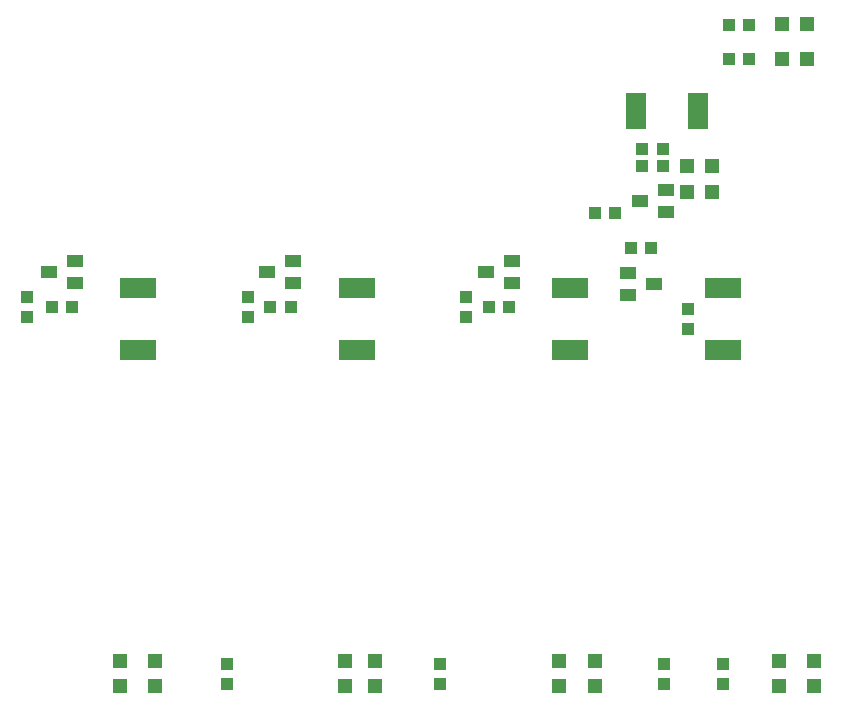
<source format=gbr>
G04 EAGLE Gerber RS-274X export*
G75*
%MOMM*%
%FSLAX34Y34*%
%LPD*%
%INSolderpaste Top*%
%IPPOS*%
%AMOC8*
5,1,8,0,0,1.08239X$1,22.5*%
G01*
%ADD10R,1.200000X1.200000*%
%ADD11R,1.100000X1.000000*%
%ADD12R,1.000000X1.100000*%
%ADD13R,3.150000X1.700000*%
%ADD14R,1.700000X3.150000*%
%ADD15R,1.400000X1.000000*%


D10*
X329000Y59500D03*
X329000Y80500D03*
X515000Y59500D03*
X515000Y80500D03*
X701000Y59500D03*
X701000Y80500D03*
X800500Y499900D03*
X779500Y499900D03*
X887000Y59500D03*
X887000Y80500D03*
D11*
X390000Y78500D03*
X390000Y61500D03*
X570000Y78500D03*
X570000Y61500D03*
X760000Y78500D03*
X760000Y61500D03*
D12*
X758500Y513750D03*
X741500Y513750D03*
D11*
X810000Y78500D03*
X810000Y61500D03*
D13*
X809300Y396200D03*
X809300Y343800D03*
D14*
X735800Y546100D03*
X788200Y546100D03*
D13*
X680000Y396200D03*
X680000Y343800D03*
X500000Y396200D03*
X500000Y343800D03*
X314000Y396200D03*
X314000Y343800D03*
D10*
X880500Y590000D03*
X859500Y590000D03*
D12*
X831500Y590550D03*
X814500Y590550D03*
X831500Y619125D03*
X814500Y619125D03*
D10*
X880500Y620000D03*
X859500Y620000D03*
D12*
X241500Y380000D03*
X258500Y380000D03*
D10*
X299000Y59500D03*
X299000Y80500D03*
D11*
X220000Y388500D03*
X220000Y371500D03*
D12*
X426500Y380000D03*
X443500Y380000D03*
D10*
X490000Y59500D03*
X490000Y80500D03*
D11*
X407500Y388500D03*
X407500Y371500D03*
D12*
X611800Y380100D03*
X628800Y380100D03*
D10*
X671000Y59500D03*
X671000Y80500D03*
D11*
X592500Y388500D03*
X592500Y371500D03*
D12*
X718500Y460000D03*
X701500Y460000D03*
D10*
X800500Y477500D03*
X779500Y477500D03*
D12*
X758500Y500000D03*
X741500Y500000D03*
D15*
X751000Y400000D03*
X729000Y390500D03*
X729000Y409500D03*
D12*
X731500Y430000D03*
X748500Y430000D03*
D15*
X239000Y410000D03*
X261000Y419500D03*
X261000Y400500D03*
X424000Y410000D03*
X446000Y419500D03*
X446000Y400500D03*
X609000Y410000D03*
X631000Y419500D03*
X631000Y400500D03*
X739000Y470000D03*
X761000Y479500D03*
X761000Y460500D03*
D10*
X857000Y59500D03*
X857000Y80500D03*
D11*
X780000Y361500D03*
X780000Y378500D03*
M02*

</source>
